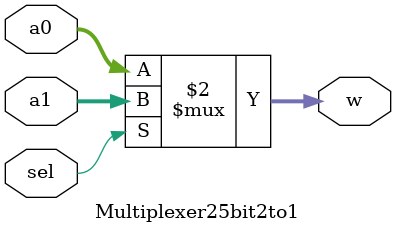
<source format=v>
`timescale 1ns/1ns
module Multiplexer25bit2to1 (a0, a1, sel, w);
    input [24:0]a0,a1;
    input sel;
    output [24:0]w;

	assign w = ~sel ? a0:a1;
endmodule
</source>
